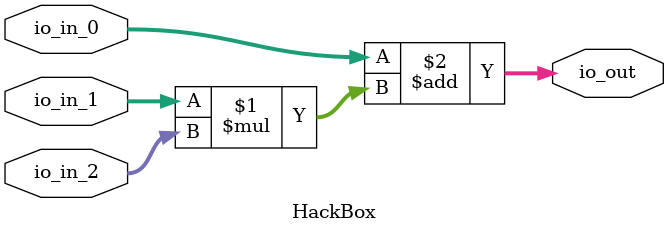
<source format=v>
module HackBox(
	input [63: 0] io_in_0,
	input [63: 0] io_in_1,
	input [63: 0] io_in_2,
	output [63: 0] io_out
);

	assign io_out = io_in_0 + (io_in_1 * io_in_2);
endmodule


</source>
